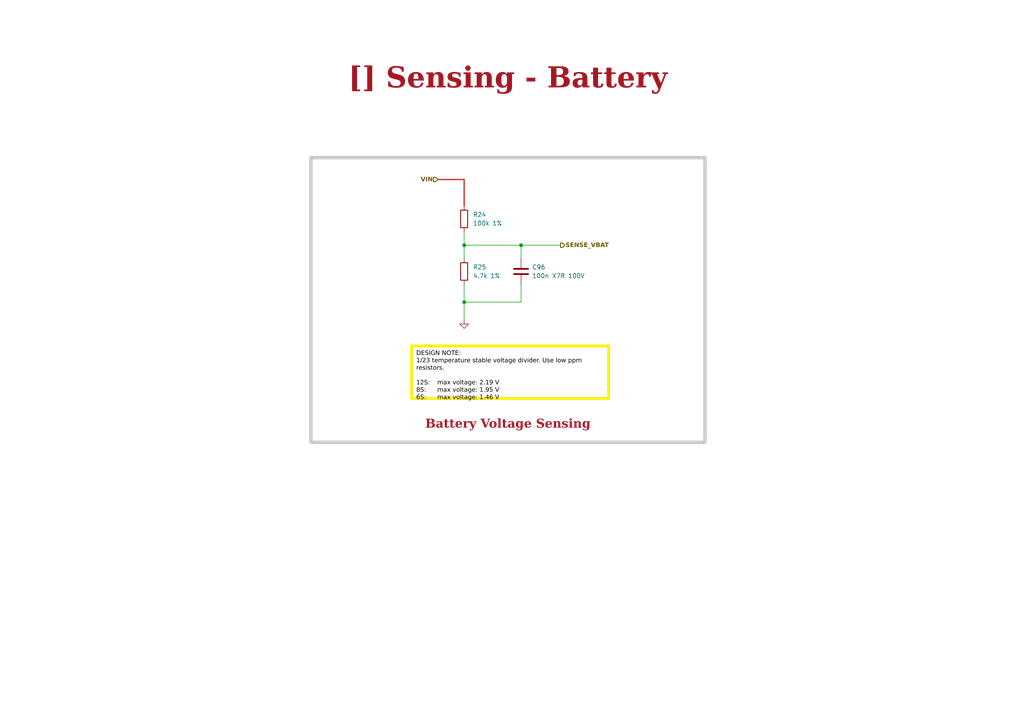
<source format=kicad_sch>
(kicad_sch (version 20230121) (generator eeschema)
  (paper "A4")
  (title_block (title "Sensing - Battery") (date "2023-10-14") (rev "${REVISION}") (company "${COMPANY}"))
  (lib_symbols
    (symbol "Device:C" (pin_numbers hide) (pin_names (offset 0.254))
      (property "Reference" "C" (at 0.635 2.54 0))
      (property "Value" "C" (at 0.635 -2.54 0))
      (symbol "C_0_1"
        (polyline (pts (xy -2.032 -0.762) (xy 2.032 -0.762)) (stroke (width 0.508)))
        (polyline (pts (xy -2.032 0.762) (xy 2.032 0.762)) (stroke (width 0.508)))
      )
      (symbol "C_1_1"
        (pin passive line (at 0 3.81 270) (length 2.794) (name "~") (number "1"))
        (pin passive line (at 0 -3.81 90) (length 2.794) (name "~") (number "2"))
      )
    )
    (symbol "Device:R" (pin_numbers hide) (pin_names (offset 0))
      (property "Reference" "R" (at 2.032 0 90))
      (property "Value" "R" (at 0 0 90))
      (symbol "R_0_1"
        (rectangle (start -1.016 -2.54) (end 1.016 2.54) (stroke (width 0.254)))
      )
      (symbol "R_1_1"
        (pin passive line (at 0 3.81 270) (length 1.27) (name "~") (number "1"))
        (pin passive line (at 0 -3.81 90) (length 1.27) (name "~") (number "2"))
      )
    )
    (symbol "power:GND" (power) (pin_names (offset 0))
      (property "Value" "GND" (at 0 -3.81 0))
      (symbol "GND_0_1"
        (polyline (pts (xy 0 0) (xy 0 -1.27) (xy 1.27 -1.27) (xy 0 -2.54) (xy -1.27 -1.27) (xy 0 -1.27)))
      )
      (symbol "GND_1_1"
        (pin power_in line (at 0 0 270) (length 0) hide (name "GND") (number "1"))
      )
    )
  )
  (junction (at 134.62 71.12))
  (junction (at 151.13 71.12))
  (junction (at 134.62 87.63))
  (wire (pts (xy 151.13 71.12) (xy 151.13 74.93)))
  (wire (pts (xy 151.13 71.12) (xy 134.62 71.12)))
  (wire (pts (xy 151.13 82.55) (xy 151.13 87.63)))
  (wire (pts (xy 134.62 71.12) (xy 134.62 74.93)))
  (wire (pts (xy 151.13 87.63) (xy 134.62 87.63)))
  (wire (pts (xy 134.62 52.07) (xy 134.62 59.69)) (stroke (width 0.381) (color 200 50 50 1)))
  (wire (pts (xy 151.13 71.12) (xy 162.56 71.12)))
  (wire (pts (xy 134.62 67.31) (xy 134.62 71.12)))
  (wire (pts (xy 127 52.07) (xy 134.62 52.07)) (stroke (width 0.381) (color 200 50 50 1)))
  (wire (pts (xy 134.62 92.71) (xy 134.62 87.63)))
  (wire (pts (xy 134.62 87.63) (xy 134.62 82.55)))
  (rectangle (start 90.17 45.72) (end 204.47 128.27) (stroke (width 1) (color 200 200 200 1)))
  (text_box "[${#}] ${TITLE}" (at 78.74 16.51 0) (size 137.16 12.7) (stroke (width -0.0001)) (effects (font (size 6 6) (thickness 1.2) bold)))
  (text_box "DESIGN NOTE:\n1/23 temperature stable voltage divider. Use low ppm resistors.\n\n12S: 	max voltage: 2.19 V\n8S: 	max voltage: 1.95 V\n6S: 	max voltage: 1.46 V" (at 119.38 100.33 0) (size 57.15 15.24) (stroke (width 0.8) (color 250 236 0 1)) (effects (font (size 1.27 1.27)) (justify left top)))
  (text_box "Battery Voltage Sensing" (at 91.44 116.84 0) (size 111.76 9.525) (stroke (width -0.0001)) (effects (font (size 2.54 2.54) (thickness 0.508) bold) (justify bottom)))
  (hierarchical_label "VIN" (shape input) (at 127 52.07 180) (effects (font bold)))
  (hierarchical_label "SENSE_VBAT" (shape output) (at 162.56 71.12 0) (effects (font bold)))
  (symbol (lib_id "Device:R") (at 134.62 78.74 0) (unit 1)
    (property "Reference" "R25" (at 137.16 77.47 0) (effects (justify left)))
    (property "Value" "4.7k 1%" (at 137.16 80.01 0) (effects (justify left)))
    (property "Footprint" "0_resistor_smd:R_0402_1005_DensityHigh" (effects hide))
  )
  (symbol (lib_id "Device:C") (at 151.13 78.74 0) (unit 1)
    (property "Reference" "C96" (at 154.305 77.47 0) (effects (justify left)))
    (property "Value" "100n X7R 100V" (at 154.305 80.01 0) (effects (justify left)))
    (property "Footprint" "0_capacitor_smd:C_0402_1005_DensityHigh" (effects hide))
  )
  (symbol (lib_id "power:GND") (at 134.62 92.71 0) (unit 1)
    (property "Reference" "#PWR044" (effects hide))
    (property "Value" "GND" (effects hide))
  )
  (symbol (lib_id "Device:R") (at 134.62 63.5 0) (unit 1)
    (property "Reference" "R24" (at 137.16 62.23 0) (effects (justify left)))
    (property "Value" "100k 1%" (at 137.16 64.77 0) (effects (justify left)))
    (property "Footprint" "0_resistor_smd:R_0402_1005_DensityHigh" (effects hide))
  )
)
</source>
